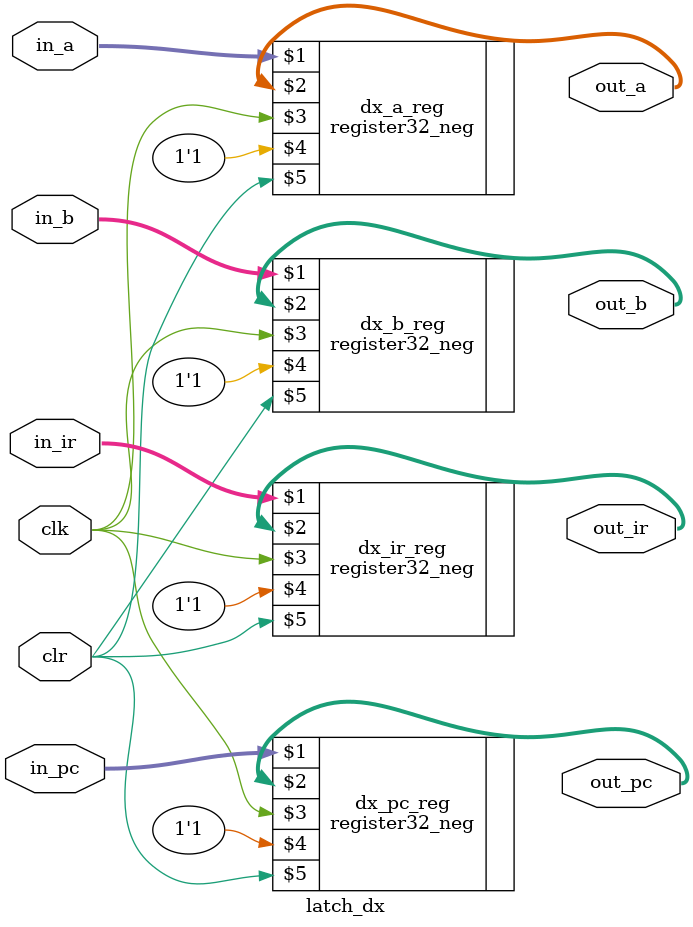
<source format=v>
module latch_dx(in_pc, in_ir, in_a, in_b, out_pc, out_ir, out_a, out_b, clk, clr);

    input [31:0] in_pc, in_ir, in_a, in_b;
    input clk, clr;
    output [31:0] out_pc, out_ir, out_a, out_b;

    register32_neg dx_pc_reg(in_pc, out_pc, clk, 1'b1, clr);
    register32_neg dx_ir_reg(in_ir, out_ir, clk, 1'b1, clr);
    register32_neg dx_a_reg(in_a, out_a, clk, 1'b1, clr);
    register32_neg dx_b_reg(in_b, out_b, clk, 1'b1, clr);
    
endmodule


</source>
